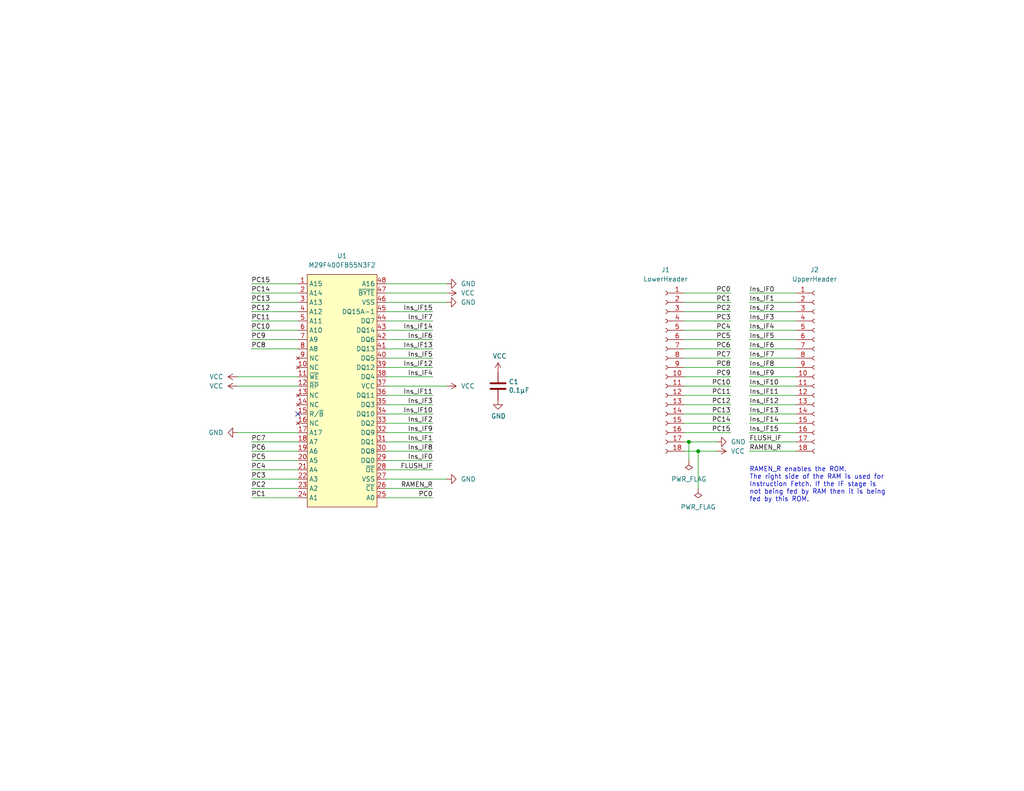
<source format=kicad_sch>
(kicad_sch (version 20230121) (generator eeschema)
  (paper "USLetter")
  (title_block (title "Turtle16: ROM ZIF Daughter Board") (date "2023-11-21") (rev "A") (comment 4 "Daughter board with ZIF socket for a M29F400FB NOR Flash on a DIP adapter board"))
  (lib_symbols
    (symbol "Connector:Conn_01x18_Socket" (pin_names (offset 1.016) hide)
      (property "Reference" "J" (at 0 22.86 0))
      (property "Value" "Conn_01x18_Socket" (at 0 -25.4 0))
      (symbol "Conn_01x18_Socket_1_1"
        (arc (start 0 -22.352) (mid -0.5058 -22.86) (end 0 -23.368) (stroke (width 0.1524)))
        (arc (start 0 -19.812) (mid -0.5058 -20.32) (end 0 -20.828) (stroke (width 0.1524)))
        (arc (start 0 -17.272) (mid -0.5058 -17.78) (end 0 -18.288) (stroke (width 0.1524)))
        (arc (start 0 -14.732) (mid -0.5058 -15.24) (end 0 -15.748) (stroke (width 0.1524)))
        (arc (start 0 -12.192) (mid -0.5058 -12.7) (end 0 -13.208) (stroke (width 0.1524)))
        (arc (start 0 -9.652) (mid -0.5058 -10.16) (end 0 -10.668) (stroke (width 0.1524)))
        (arc (start 0 -7.112) (mid -0.5058 -7.62) (end 0 -8.128) (stroke (width 0.1524)))
        (arc (start 0 -4.572) (mid -0.5058 -5.08) (end 0 -5.588) (stroke (width 0.1524)))
        (arc (start 0 -2.032) (mid -0.5058 -2.54) (end 0 -3.048) (stroke (width 0.1524)))
        (polyline (pts (xy -1.27 -22.86) (xy -0.508 -22.86)) (stroke (width 0.1524)))
        (polyline (pts (xy -1.27 -20.32) (xy -0.508 -20.32)) (stroke (width 0.1524)))
        (polyline (pts (xy -1.27 -17.78) (xy -0.508 -17.78)) (stroke (width 0.1524)))
        (polyline (pts (xy -1.27 -15.24) (xy -0.508 -15.24)) (stroke (width 0.1524)))
        (polyline (pts (xy -1.27 -12.7) (xy -0.508 -12.7)) (stroke (width 0.1524)))
        (polyline (pts (xy -1.27 -10.16) (xy -0.508 -10.16)) (stroke (width 0.1524)))
        (polyline (pts (xy -1.27 -7.62) (xy -0.508 -7.62)) (stroke (width 0.1524)))
        (polyline (pts (xy -1.27 -5.08) (xy -0.508 -5.08)) (stroke (width 0.1524)))
        (polyline (pts (xy -1.27 -2.54) (xy -0.508 -2.54)) (stroke (width 0.1524)))
        (polyline (pts (xy -1.27 0) (xy -0.508 0)) (stroke (width 0.1524)))
        (polyline (pts (xy -1.27 2.54) (xy -0.508 2.54)) (stroke (width 0.1524)))
        (polyline (pts (xy -1.27 5.08) (xy -0.508 5.08)) (stroke (width 0.1524)))
        (polyline (pts (xy -1.27 7.62) (xy -0.508 7.62)) (stroke (width 0.1524)))
        (polyline (pts (xy -1.27 10.16) (xy -0.508 10.16)) (stroke (width 0.1524)))
        (polyline (pts (xy -1.27 12.7) (xy -0.508 12.7)) (stroke (width 0.1524)))
        (polyline (pts (xy -1.27 15.24) (xy -0.508 15.24)) (stroke (width 0.1524)))
        (polyline (pts (xy -1.27 17.78) (xy -0.508 17.78)) (stroke (width 0.1524)))
        (polyline (pts (xy -1.27 20.32) (xy -0.508 20.32)) (stroke (width 0.1524)))
        (arc (start 0 0.508) (mid -0.5058 0) (end 0 -0.508) (stroke (width 0.1524)))
        (arc (start 0 3.048) (mid -0.5058 2.54) (end 0 2.032) (stroke (width 0.1524)))
        (arc (start 0 5.588) (mid -0.5058 5.08) (end 0 4.572) (stroke (width 0.1524)))
        (arc (start 0 8.128) (mid -0.5058 7.62) (end 0 7.112) (stroke (width 0.1524)))
        (arc (start 0 10.668) (mid -0.5058 10.16) (end 0 9.652) (stroke (width 0.1524)))
        (arc (start 0 13.208) (mid -0.5058 12.7) (end 0 12.192) (stroke (width 0.1524)))
        (arc (start 0 15.748) (mid -0.5058 15.24) (end 0 14.732) (stroke (width 0.1524)))
        (arc (start 0 18.288) (mid -0.5058 17.78) (end 0 17.272) (stroke (width 0.1524)))
        (arc (start 0 20.828) (mid -0.5058 20.32) (end 0 19.812) (stroke (width 0.1524)))
        (pin passive line (at -5.08 20.32 0) (length 3.81) (name "Pin_1") (number "1"))
        (pin passive line (at -5.08 -2.54 0) (length 3.81) (name "Pin_10") (number "10"))
        (pin passive line (at -5.08 -5.08 0) (length 3.81) (name "Pin_11") (number "11"))
        (pin passive line (at -5.08 -7.62 0) (length 3.81) (name "Pin_12") (number "12"))
        (pin passive line (at -5.08 -10.16 0) (length 3.81) (name "Pin_13") (number "13"))
        (pin passive line (at -5.08 -12.7 0) (length 3.81) (name "Pin_14") (number "14"))
        (pin passive line (at -5.08 -15.24 0) (length 3.81) (name "Pin_15") (number "15"))
        (pin passive line (at -5.08 -17.78 0) (length 3.81) (name "Pin_16") (number "16"))
        (pin passive line (at -5.08 -20.32 0) (length 3.81) (name "Pin_17") (number "17"))
        (pin passive line (at -5.08 -22.86 0) (length 3.81) (name "Pin_18") (number "18"))
        (pin passive line (at -5.08 17.78 0) (length 3.81) (name "Pin_2") (number "2"))
        (pin passive line (at -5.08 15.24 0) (length 3.81) (name "Pin_3") (number "3"))
        (pin passive line (at -5.08 12.7 0) (length 3.81) (name "Pin_4") (number "4"))
        (pin passive line (at -5.08 10.16 0) (length 3.81) (name "Pin_5") (number "5"))
        (pin passive line (at -5.08 7.62 0) (length 3.81) (name "Pin_6") (number "6"))
        (pin passive line (at -5.08 5.08 0) (length 3.81) (name "Pin_7") (number "7"))
        (pin passive line (at -5.08 2.54 0) (length 3.81) (name "Pin_8") (number "8"))
        (pin passive line (at -5.08 0 0) (length 3.81) (name "Pin_9") (number "9"))
      )
    )
    (symbol "Device:C" (pin_numbers hide) (pin_names (offset 0.254))
      (property "Reference" "C" (at 0.635 2.54 0))
      (property "Value" "C" (at 0.635 -2.54 0))
      (symbol "C_0_1"
        (polyline (pts (xy -2.032 -0.762) (xy 2.032 -0.762)) (stroke (width 0.508)))
        (polyline (pts (xy -2.032 0.762) (xy 2.032 0.762)) (stroke (width 0.508)))
      )
      (symbol "C_1_1"
        (pin passive line (at 0 3.81 270) (length 2.794) (name "~") (number "1"))
        (pin passive line (at 0 -3.81 90) (length 2.794) (name "~") (number "2"))
      )
    )
    (symbol "Memory_Flash:M29F400FB55N3F2"
      (property "Reference" "U" (at 0 30.48 0))
      (property "Value" "M29F400FB55N3F2" (at 0 -2.54 90))
      (symbol "M29F400FB55N3F2_1_1"
        (rectangle (start -8.89 29.21) (end 10.16 -34.29) (fill (type background)))
        (pin input line (at -11.43 26.67 0) (length 2.54) (name "A15") (number "1"))
        (pin no_connect line (at -11.43 3.81 0) (length 2.54) (name "NC") (number "10"))
        (pin input line (at -11.43 1.27 0) (length 2.54) (name "~{WE}") (number "11"))
        (pin input line (at -11.43 -1.27 0) (length 2.54) (name "~{RP}") (number "12"))
        (pin no_connect line (at -11.43 -3.81 0) (length 2.54) (name "NC") (number "13"))
        (pin no_connect line (at -11.43 -6.35 0) (length 2.54) (name "NC") (number "14"))
        (pin open_collector line (at -11.43 -8.89 0) (length 2.54) (name "R/~{B}") (number "15"))
        (pin no_connect line (at -11.43 -11.43 0) (length 2.54) (name "NC") (number "16"))
        (pin input line (at -11.43 -13.97 0) (length 2.54) (name "A17") (number "17"))
        (pin input line (at -11.43 -16.51 0) (length 2.54) (name "A7") (number "18"))
        (pin input line (at -11.43 -19.05 0) (length 2.54) (name "A6") (number "19"))
        (pin input line (at -11.43 24.13 0) (length 2.54) (name "A14") (number "2"))
        (pin input line (at -11.43 -21.59 0) (length 2.54) (name "A5") (number "20"))
        (pin input line (at -11.43 -24.13 0) (length 2.54) (name "A4") (number "21"))
        (pin input line (at -11.43 -26.67 0) (length 2.54) (name "A3") (number "22"))
        (pin input line (at -11.43 -29.21 0) (length 2.54) (name "A2") (number "23"))
        (pin input line (at -11.43 -31.75 0) (length 2.54) (name "A1") (number "24"))
        (pin input line (at 12.7 -31.75 180) (length 2.54) (name "A0") (number "25"))
        (pin input line (at 12.7 -29.21 180) (length 2.54) (name "~{CE}") (number "26"))
        (pin power_in line (at 12.7 -26.67 180) (length 2.54) (name "VSS") (number "27"))
        (pin input line (at 12.7 -24.13 180) (length 2.54) (name "~{OE}") (number "28"))
        (pin input line (at 12.7 -21.59 180) (length 2.54) (name "DQ0") (number "29"))
        (pin input line (at -11.43 21.59 0) (length 2.54) (name "A13") (number "3"))
        (pin input line (at 12.7 -19.05 180) (length 2.54) (name "DQ8") (number "30"))
        (pin input line (at 12.7 -16.51 180) (length 2.54) (name "DQ1") (number "31"))
        (pin input line (at 12.7 -13.97 180) (length 2.54) (name "DQ9") (number "32"))
        (pin input line (at 12.7 -11.43 180) (length 2.54) (name "DQ2") (number "33"))
        (pin input line (at 12.7 -8.89 180) (length 2.54) (name "DQ10") (number "34"))
        (pin input line (at 12.7 -6.35 180) (length 2.54) (name "DQ3") (number "35"))
        (pin input line (at 12.7 -3.81 180) (length 2.54) (name "DQ11") (number "36"))
        (pin power_in line (at 12.7 -1.27 180) (length 2.54) (name "VCC") (number "37"))
        (pin input line (at 12.7 1.27 180) (length 2.54) (name "DQ4") (number "38"))
        (pin input line (at 12.7 3.81 180) (length 2.54) (name "DQ12") (number "39"))
        (pin input line (at -11.43 19.05 0) (length 2.54) (name "A12") (number "4"))
        (pin input line (at 12.7 6.35 180) (length 2.54) (name "DQ5") (number "40"))
        (pin input line (at 12.7 8.89 180) (length 2.54) (name "DQ13") (number "41"))
        (pin input line (at 12.7 11.43 180) (length 2.54) (name "DQ6") (number "42"))
        (pin input line (at 12.7 13.97 180) (length 2.54) (name "DQ14") (number "43"))
        (pin input line (at 12.7 16.51 180) (length 2.54) (name "DQ7") (number "44"))
        (pin input line (at 12.7 19.05 180) (length 2.54) (name "DQ15A-1") (number "45"))
        (pin power_in line (at 12.7 21.59 180) (length 2.54) (name "VSS") (number "46"))
        (pin input line (at 12.7 24.13 180) (length 2.54) (name "~{BYTE}") (number "47"))
        (pin input line (at 12.7 26.67 180) (length 2.54) (name "A16") (number "48"))
        (pin input line (at -11.43 16.51 0) (length 2.54) (name "A11") (number "5"))
        (pin input line (at -11.43 13.97 0) (length 2.54) (name "A10") (number "6"))
        (pin input line (at -11.43 11.43 0) (length 2.54) (name "A9") (number "7"))
        (pin input line (at -11.43 8.89 0) (length 2.54) (name "A8") (number "8"))
        (pin no_connect line (at -11.43 6.35 0) (length 2.54) (name "NC") (number "9"))
      )
    )
    (symbol "power:GND" (power) (pin_names (offset 0))
      (property "Value" "GND" (at 0 -3.81 0))
      (symbol "GND_0_1"
        (polyline (pts (xy 0 0) (xy 0 -1.27) (xy 1.27 -1.27) (xy 0 -2.54) (xy -1.27 -1.27) (xy 0 -1.27)))
      )
      (symbol "GND_1_1"
        (pin power_in line (at 0 0 270) (length 0) hide (name "GND") (number "1"))
      )
    )
    (symbol "power:PWR_FLAG" (power) (pin_numbers hide) (pin_names (offset 0) hide)
      (property "Value" "PWR_FLAG" (at 0 3.81 0))
      (symbol "PWR_FLAG_0_0"
        (pin power_out line (at 0 0 90) (length 0) (name "pwr") (number "1"))
      )
      (symbol "PWR_FLAG_0_1"
        (polyline (pts (xy 0 0) (xy 0 1.27) (xy -1.016 1.905) (xy 0 2.54) (xy 1.016 1.905) (xy 0 1.27)))
      )
    )
    (symbol "power:VCC" (power) (pin_names (offset 0))
      (property "Value" "VCC" (at 0 3.81 0))
      (symbol "VCC_0_1"
        (polyline (pts (xy -0.762 1.27) (xy 0 2.54)))
        (polyline (pts (xy 0 0) (xy 0 2.54)))
        (polyline (pts (xy 0 2.54) (xy 0.762 1.27)))
      )
      (symbol "VCC_1_1"
        (pin power_in line (at 0 0 90) (length 0) hide (name "VCC") (number "1"))
      )
    )
  )
  (junction (at 190.5 123.19))
  (junction (at 187.96 120.65))
  (no_connect (at 81.28 113.03))
  (wire (pts (xy 204.47 82.55) (xy 217.17 82.55)))
  (wire (pts (xy 204.47 120.65) (xy 217.17 120.65)))
  (wire (pts (xy 118.11 128.27) (xy 105.41 128.27)))
  (wire (pts (xy 199.39 80.01) (xy 186.69 80.01)))
  (wire (pts (xy 81.28 118.11) (xy 64.77 118.11)))
  (wire (pts (xy 68.58 130.81) (xy 81.28 130.81)))
  (wire (pts (xy 118.11 92.71) (xy 105.41 92.71)))
  (wire (pts (xy 204.47 123.19) (xy 217.17 123.19)))
  (wire (pts (xy 199.39 82.55) (xy 186.69 82.55)))
  (wire (pts (xy 118.11 110.49) (xy 105.41 110.49)))
  (wire (pts (xy 204.47 115.57) (xy 217.17 115.57)))
  (wire (pts (xy 199.39 115.57) (xy 186.69 115.57)))
  (wire (pts (xy 68.58 120.65) (xy 81.28 120.65)))
  (wire (pts (xy 204.47 100.33) (xy 217.17 100.33)))
  (wire (pts (xy 199.39 85.09) (xy 186.69 85.09)))
  (wire (pts (xy 204.47 107.95) (xy 217.17 107.95)))
  (wire (pts (xy 199.39 87.63) (xy 186.69 87.63)))
  (wire (pts (xy 204.47 118.11) (xy 217.17 118.11)))
  (wire (pts (xy 118.11 118.11) (xy 105.41 118.11)))
  (wire (pts (xy 204.47 110.49) (xy 217.17 110.49)))
  (wire (pts (xy 195.58 120.65) (xy 187.96 120.65)))
  (wire (pts (xy 118.11 102.87) (xy 105.41 102.87)))
  (wire (pts (xy 105.41 105.41) (xy 121.92 105.41)))
  (wire (pts (xy 118.11 90.17) (xy 105.41 90.17)))
  (wire (pts (xy 204.47 102.87) (xy 217.17 102.87)))
  (wire (pts (xy 68.58 123.19) (xy 81.28 123.19)))
  (wire (pts (xy 190.5 123.19) (xy 186.69 123.19)))
  (wire (pts (xy 68.58 90.17) (xy 81.28 90.17)))
  (wire (pts (xy 204.47 95.25) (xy 217.17 95.25)))
  (wire (pts (xy 118.11 100.33) (xy 105.41 100.33)))
  (wire (pts (xy 118.11 133.35) (xy 105.41 133.35)))
  (wire (pts (xy 204.47 92.71) (xy 217.17 92.71)))
  (wire (pts (xy 199.39 110.49) (xy 186.69 110.49)))
  (wire (pts (xy 190.5 123.19) (xy 190.5 133.35)))
  (wire (pts (xy 68.58 85.09) (xy 81.28 85.09)))
  (wire (pts (xy 199.39 107.95) (xy 186.69 107.95)))
  (wire (pts (xy 118.11 115.57) (xy 105.41 115.57)))
  (wire (pts (xy 118.11 113.03) (xy 105.41 113.03)))
  (wire (pts (xy 199.39 90.17) (xy 186.69 90.17)))
  (wire (pts (xy 204.47 87.63) (xy 217.17 87.63)))
  (wire (pts (xy 204.47 85.09) (xy 217.17 85.09)))
  (wire (pts (xy 105.41 80.01) (xy 121.92 80.01)))
  (wire (pts (xy 118.11 135.89) (xy 105.41 135.89)))
  (wire (pts (xy 195.58 123.19) (xy 190.5 123.19)))
  (wire (pts (xy 118.11 107.95) (xy 105.41 107.95)))
  (wire (pts (xy 105.41 77.47) (xy 121.92 77.47)))
  (wire (pts (xy 68.58 125.73) (xy 81.28 125.73)))
  (wire (pts (xy 199.39 97.79) (xy 186.69 97.79)))
  (wire (pts (xy 118.11 87.63) (xy 105.41 87.63)))
  (wire (pts (xy 68.58 92.71) (xy 81.28 92.71)))
  (wire (pts (xy 81.28 102.87) (xy 64.77 102.87)))
  (wire (pts (xy 204.47 90.17) (xy 217.17 90.17)))
  (wire (pts (xy 204.47 97.79) (xy 217.17 97.79)))
  (wire (pts (xy 81.28 105.41) (xy 64.77 105.41)))
  (wire (pts (xy 68.58 82.55) (xy 81.28 82.55)))
  (wire (pts (xy 199.39 100.33) (xy 186.69 100.33)))
  (wire (pts (xy 199.39 105.41) (xy 186.69 105.41)))
  (wire (pts (xy 199.39 102.87) (xy 186.69 102.87)))
  (wire (pts (xy 105.41 82.55) (xy 121.92 82.55)))
  (wire (pts (xy 204.47 113.03) (xy 217.17 113.03)))
  (wire (pts (xy 118.11 95.25) (xy 105.41 95.25)))
  (wire (pts (xy 199.39 95.25) (xy 186.69 95.25)))
  (wire (pts (xy 199.39 113.03) (xy 186.69 113.03)))
  (wire (pts (xy 68.58 95.25) (xy 81.28 95.25)))
  (wire (pts (xy 199.39 92.71) (xy 186.69 92.71)))
  (wire (pts (xy 68.58 87.63) (xy 81.28 87.63)))
  (wire (pts (xy 187.96 120.65) (xy 187.96 125.73)))
  (wire (pts (xy 118.11 97.79) (xy 105.41 97.79)))
  (wire (pts (xy 68.58 77.47) (xy 81.28 77.47)))
  (wire (pts (xy 118.11 125.73) (xy 105.41 125.73)))
  (wire (pts (xy 187.96 120.65) (xy 186.69 120.65)))
  (wire (pts (xy 68.58 135.89) (xy 81.28 135.89)))
  (wire (pts (xy 68.58 80.01) (xy 81.28 80.01)))
  (wire (pts (xy 105.41 130.81) (xy 121.92 130.81)))
  (wire (pts (xy 118.11 120.65) (xy 105.41 120.65)))
  (wire (pts (xy 204.47 80.01) (xy 217.17 80.01)))
  (wire (pts (xy 204.47 105.41) (xy 217.17 105.41)))
  (wire (pts (xy 68.58 128.27) (xy 81.28 128.27)))
  (wire (pts (xy 118.11 85.09) (xy 105.41 85.09)))
  (wire (pts (xy 199.39 118.11) (xy 186.69 118.11)))
  (wire (pts (xy 118.11 123.19) (xy 105.41 123.19)))
  (wire (pts (xy 68.58 133.35) (xy 81.28 133.35)))
  (text "RAMEN_R enables the ROM.\nThe right side of the RAM is used for\nInstruction Fetch. If the IF stage is\nnot being fed by RAM then it is being\nfed by this ROM." (at 204.47 137.16 0) (effects (font (size 1.27 1.27)) (justify left bottom)))
  (label "PC11" (at 68.58 87.63 0))
  (label "Ins_IF9" (at 204.47 102.87 0))
  (label "Ins_IF5" (at 204.47 92.71 0))
  (label "PC14" (at 199.39 115.57 180))
  (label "Ins_IF3" (at 118.11 110.49 180))
  (label "PC10" (at 199.39 105.41 180))
  (label "Ins_IF13" (at 118.11 95.25 180))
  (label "PC8" (at 199.39 100.33 180))
  (label "PC10" (at 68.58 90.17 0))
  (label "PC3" (at 68.58 130.81 0))
  (label "Ins_IF14" (at 204.47 115.57 0))
  (label "Ins_IF13" (at 204.47 113.03 0))
  (label "PC15" (at 68.58 77.47 0))
  (label "PC13" (at 68.58 82.55 0))
  (label "Ins_IF12" (at 204.47 110.49 0))
  (label "PC6" (at 68.58 123.19 0))
  (label "Ins_IF12" (at 118.11 100.33 180))
  (label "PC5" (at 199.39 92.71 180))
  (label "Ins_IF9" (at 118.11 118.11 180))
  (label "PC1" (at 68.58 135.89 0))
  (label "PC4" (at 68.58 128.27 0))
  (label "Ins_IF0" (at 118.11 125.73 180))
  (label "PC5" (at 68.58 125.73 0))
  (label "Ins_IF4" (at 204.47 90.17 0))
  (label "RAMEN_R" (at 204.47 123.19 0))
  (label "Ins_IF14" (at 118.11 90.17 180))
  (label "Ins_IF15" (at 118.11 85.09 180))
  (label "PC13" (at 199.39 113.03 180))
  (label "Ins_IF11" (at 118.11 107.95 180))
  (label "Ins_IF2" (at 204.47 85.09 0))
  (label "PC0" (at 118.11 135.89 180))
  (label "Ins_IF7" (at 204.47 97.79 0))
  (label "Ins_IF8" (at 204.47 100.33 0))
  (label "Ins_IF6" (at 204.47 95.25 0))
  (label "FLUSH_IF" (at 118.11 128.27 180))
  (label "Ins_IF4" (at 118.11 102.87 180))
  (label "Ins_IF10" (at 118.11 113.03 180))
  (label "Ins_IF8" (at 118.11 123.19 180))
  (label "FLUSH_IF" (at 204.47 120.65 0))
  (label "PC1" (at 199.39 82.55 180))
  (label "PC8" (at 68.58 95.25 0))
  (label "Ins_IF6" (at 118.11 92.71 180))
  (label "Ins_IF10" (at 204.47 105.41 0))
  (label "PC12" (at 199.39 110.49 180))
  (label "Ins_IF3" (at 204.47 87.63 0))
  (label "PC7" (at 68.58 120.65 0))
  (label "Ins_IF0" (at 204.47 80.01 0))
  (label "PC7" (at 199.39 97.79 180))
  (label "Ins_IF1" (at 204.47 82.55 0))
  (label "PC12" (at 68.58 85.09 0))
  (label "Ins_IF11" (at 204.47 107.95 0))
  (label "PC3" (at 199.39 87.63 180))
  (label "Ins_IF7" (at 118.11 87.63 180))
  (label "Ins_IF1" (at 118.11 120.65 180))
  (label "PC14" (at 68.58 80.01 0))
  (label "PC2" (at 199.39 85.09 180))
  (label "PC4" (at 199.39 90.17 180))
  (label "Ins_IF5" (at 118.11 97.79 180))
  (label "PC15" (at 199.39 118.11 180))
  (label "Ins_IF2" (at 118.11 115.57 180))
  (label "PC0" (at 199.39 80.01 180))
  (label "PC11" (at 199.39 107.95 180))
  (label "RAMEN_R" (at 118.11 133.35 180))
  (label "PC2" (at 68.58 133.35 0))
  (label "PC9" (at 199.39 102.87 180))
  (label "PC9" (at 68.58 92.71 0))
  (label "Ins_IF15" (at 204.47 118.11 0))
  (label "PC6" (at 199.39 95.25 180))
  (symbol (lib_id "power:VCC") (at 135.89 101.6 0) (unit 1)
    (property "Reference" "#PWR09" (effects hide))
    (property "Value" "VCC" (at 136.3218 97.2058 0))
  )
  (symbol (lib_id "Memory_Flash:M29F400FB55N3F2") (at 92.71 104.14 0) (unit 1)
    (property "Reference" "U1" (at 93.345 69.85 0))
    (property "Value" "M29F400FB55N3F2" (at 93.345 72.39 0))
    (property "Footprint" "Package_DIP:DIP-48_W15.24mm_Socket" (effects hide))
    (property "Datasheet" "https://www.alliancememory.com/wp-content/uploads/pdf/micron/M29FxxFT_FB.pdf" (effects hide))
    (property "Mouser" "https://www.mouser.com/ProductDetail/913-M29F400FB55N3F2" (effects hide))
  )
  (symbol (lib_id "power:GND") (at 121.92 130.81 90) (unit 1)
    (property "Reference" "#PWR03" (effects hide))
    (property "Value" "GND" (at 125.73 130.81 90) (effects (justify right)))
  )
  (symbol (lib_id "power:VCC") (at 121.92 80.01 270) (unit 1)
    (property "Reference" "#PWR04" (effects hide))
    (property "Value" "VCC" (at 125.73 80.01 90) (effects (justify left)))
  )
  (symbol (lib_id "power:VCC") (at 195.58 123.19 270) (unit 1)
    (property "Reference" "#PWR014" (effects hide))
    (property "Value" "VCC" (at 199.39 123.19 90) (effects (justify left)))
  )
  (symbol (lib_id "Connector:Conn_01x18_Socket") (at 181.61 100.33 0) (mirror y) (unit 1)
    (property "Reference" "J1" (at 181.61 73.66 0))
    (property "Value" "LowerHeader" (at 181.61 76.2 0))
    (property "Footprint" "Connector_PinSocket_2.54mm:PinSocket_1x18_P2.54mm_Vertical" (effects hide))
  )
  (symbol (lib_id "power:GND") (at 121.92 82.55 90) (unit 1)
    (property "Reference" "#PWR02" (effects hide))
    (property "Value" "GND" (at 125.73 82.55 90) (effects (justify right)))
  )
  (symbol (lib_id "power:GND") (at 195.58 120.65 90) (unit 1)
    (property "Reference" "#PWR013" (effects hide))
    (property "Value" "GND" (at 199.39 120.65 90) (effects (justify right)))
  )
  (symbol (lib_id "Connector:Conn_01x18_Socket") (at 222.25 100.33 0) (unit 1)
    (property "Reference" "J2" (at 222.25 73.66 0))
    (property "Value" "UpperHeader" (at 222.25 76.2 0))
    (property "Footprint" "Connector_PinSocket_2.54mm:PinSocket_1x18_P2.54mm_Vertical" (effects hide))
  )
  (symbol (lib_id "power:GND") (at 135.89 109.22 0) (unit 1)
    (property "Reference" "#PWR010" (effects hide))
    (property "Value" "GND" (at 136.017 113.6142 0))
  )
  (symbol (lib_id "power:PWR_FLAG") (at 187.96 125.73 180) (unit 1)
    (property "Reference" "#FLG01" (effects hide))
    (property "Value" "PWR_FLAG" (at 187.96 130.81 0))
  )
  (symbol (lib_id "power:PWR_FLAG") (at 190.5 133.35 180) (unit 1)
    (property "Reference" "#FLG02" (effects hide))
    (property "Value" "PWR_FLAG" (at 190.5 138.43 0))
  )
  (symbol (lib_id "Device:C") (at 135.89 105.41 0) (unit 1)
    (property "Reference" "C1" (at 138.811 104.2416 0) (effects (justify left)))
    (property "Value" "0.1μF" (at 138.811 106.553 0) (effects (justify left)))
    (property "Footprint" "Capacitor_SMD:C_0603_1608Metric_Pad1.08x0.95mm_HandSolder" (effects hide))
    (property "Mouser" "https://www.mouser.com/ProductDetail/963-EMK107B7104KAHT" (effects hide))
  )
  (symbol (lib_id "power:VCC") (at 64.77 102.87 90) (mirror x) (unit 1)
    (property "Reference" "#PWR08" (effects hide))
    (property "Value" "VCC" (at 60.96 102.87 90) (effects (justify left)))
  )
  (symbol (lib_id "power:GND") (at 64.77 118.11 270) (mirror x) (unit 1)
    (property "Reference" "#PWR06" (effects hide))
    (property "Value" "GND" (at 60.96 118.11 90) (effects (justify right)))
  )
  (symbol (lib_id "power:VCC") (at 121.92 105.41 270) (unit 1)
    (property "Reference" "#PWR01" (effects hide))
    (property "Value" "VCC" (at 125.73 105.41 90) (effects (justify left)))
  )
  (symbol (lib_id "power:GND") (at 121.92 77.47 90) (unit 1)
    (property "Reference" "#PWR05" (effects hide))
    (property "Value" "GND" (at 125.73 77.47 90) (effects (justify right)))
  )
  (symbol (lib_id "power:VCC") (at 64.77 105.41 90) (mirror x) (unit 1)
    (property "Reference" "#PWR07" (effects hide))
    (property "Value" "VCC" (at 60.96 105.41 90) (effects (justify left)))
  )
)
</source>
